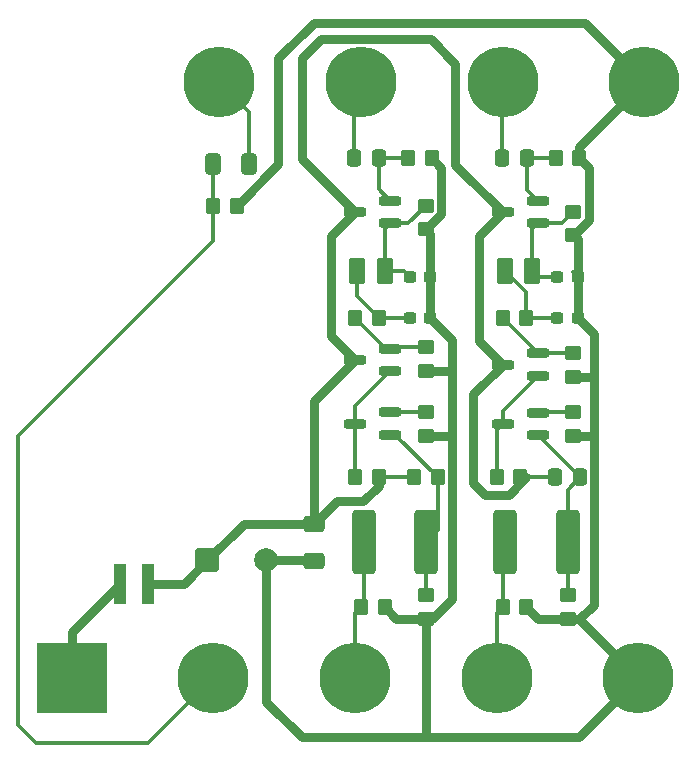
<source format=gtl>
%TF.GenerationSoftware,KiCad,Pcbnew,9.0.4*%
%TF.CreationDate,2025-09-14T16:42:59+08:00*%
%TF.ProjectId,YUV Circuit,59555620-4369-4726-9375-69742e6b6963,rev?*%
%TF.SameCoordinates,Original*%
%TF.FileFunction,Copper,L1,Top*%
%TF.FilePolarity,Positive*%
%FSLAX46Y46*%
G04 Gerber Fmt 4.6, Leading zero omitted, Abs format (unit mm)*
G04 Created by KiCad (PCBNEW 9.0.4) date 2025-09-14 16:42:59*
%MOMM*%
%LPD*%
G01*
G04 APERTURE LIST*
G04 Aperture macros list*
%AMRoundRect*
0 Rectangle with rounded corners*
0 $1 Rounding radius*
0 $2 $3 $4 $5 $6 $7 $8 $9 X,Y pos of 4 corners*
0 Add a 4 corners polygon primitive as box body*
4,1,4,$2,$3,$4,$5,$6,$7,$8,$9,$2,$3,0*
0 Add four circle primitives for the rounded corners*
1,1,$1+$1,$2,$3*
1,1,$1+$1,$4,$5*
1,1,$1+$1,$6,$7*
1,1,$1+$1,$8,$9*
0 Add four rect primitives between the rounded corners*
20,1,$1+$1,$2,$3,$4,$5,0*
20,1,$1+$1,$4,$5,$6,$7,0*
20,1,$1+$1,$6,$7,$8,$9,0*
20,1,$1+$1,$8,$9,$2,$3,0*%
G04 Aperture macros list end*
%TA.AperFunction,ComponentPad*%
%ADD10C,6.000000*%
%TD*%
%TA.AperFunction,ComponentPad*%
%ADD11RoundRect,0.250002X-2.749998X-2.749998X2.749998X-2.749998X2.749998X2.749998X-2.749998X2.749998X0*%
%TD*%
%TA.AperFunction,SMDPad,CuDef*%
%ADD12RoundRect,0.250000X0.350000X0.450000X-0.350000X0.450000X-0.350000X-0.450000X0.350000X-0.450000X0*%
%TD*%
%TA.AperFunction,SMDPad,CuDef*%
%ADD13RoundRect,0.250000X-0.450000X0.350000X-0.450000X-0.350000X0.450000X-0.350000X0.450000X0.350000X0*%
%TD*%
%TA.AperFunction,SMDPad,CuDef*%
%ADD14RoundRect,0.249999X0.737501X2.450001X-0.737501X2.450001X-0.737501X-2.450001X0.737501X-2.450001X0*%
%TD*%
%TA.AperFunction,SMDPad,CuDef*%
%ADD15RoundRect,0.250000X-0.337500X-0.475000X0.337500X-0.475000X0.337500X0.475000X-0.337500X0.475000X0*%
%TD*%
%TA.AperFunction,SMDPad,CuDef*%
%ADD16R,0.980000X3.400000*%
%TD*%
%TA.AperFunction,SMDPad,CuDef*%
%ADD17RoundRect,0.250000X-0.350000X-0.450000X0.350000X-0.450000X0.350000X0.450000X-0.350000X0.450000X0*%
%TD*%
%TA.AperFunction,SMDPad,CuDef*%
%ADD18RoundRect,0.200000X0.750000X0.200000X-0.750000X0.200000X-0.750000X-0.200000X0.750000X-0.200000X0*%
%TD*%
%TA.AperFunction,SMDPad,CuDef*%
%ADD19RoundRect,0.250001X-0.462499X-0.849999X0.462499X-0.849999X0.462499X0.849999X-0.462499X0.849999X0*%
%TD*%
%TA.AperFunction,SMDPad,CuDef*%
%ADD20RoundRect,0.250000X-0.412500X-0.650000X0.412500X-0.650000X0.412500X0.650000X-0.412500X0.650000X0*%
%TD*%
%TA.AperFunction,SMDPad,CuDef*%
%ADD21RoundRect,0.250000X0.337500X0.475000X-0.337500X0.475000X-0.337500X-0.475000X0.337500X-0.475000X0*%
%TD*%
%TA.AperFunction,SMDPad,CuDef*%
%ADD22RoundRect,0.237500X0.300000X0.237500X-0.300000X0.237500X-0.300000X-0.237500X0.300000X-0.237500X0*%
%TD*%
%TA.AperFunction,SMDPad,CuDef*%
%ADD23RoundRect,0.250000X-0.650000X0.412500X-0.650000X-0.412500X0.650000X-0.412500X0.650000X0.412500X0*%
%TD*%
%TA.AperFunction,ComponentPad*%
%ADD24RoundRect,0.250000X-0.750000X-0.750000X0.750000X-0.750000X0.750000X0.750000X-0.750000X0.750000X0*%
%TD*%
%TA.AperFunction,ComponentPad*%
%ADD25C,2.000000*%
%TD*%
%TA.AperFunction,Conductor*%
%ADD26C,0.800000*%
%TD*%
%TA.AperFunction,Conductor*%
%ADD27C,0.300000*%
%TD*%
%TA.AperFunction,Conductor*%
%ADD28C,0.200000*%
%TD*%
G04 APERTURE END LIST*
D10*
%TO.P,INPUT,5,GND*%
%TO.N,~*%
X194000000Y-137000000D03*
%TO.P,INPUT,4,PR*%
%TO.N,/PR*%
X182000000Y-137000000D03*
%TO.P,INPUT,3,PB*%
%TO.N,/PB*%
X170000000Y-137000000D03*
%TO.P,INPUT,2,YI*%
%TO.N,/Y*%
X158000000Y-137000000D03*
D11*
%TO.P,INPUT,1,8V*%
%TO.N,Net-(INPUT1-8V)*%
X146000000Y-137000000D03*
%TD*%
D12*
%TO.P,RR7,2*%
%TO.N,Net-(QR2-E)*%
X182500000Y-106500000D03*
%TO.P,RR7,1*%
%TO.N,Net-(CR2-Pad2)*%
X184500000Y-106500000D03*
%TD*%
D13*
%TO.P,RR8,2*%
%TO.N,~*%
X188500000Y-99500000D03*
%TO.P,RR8,1*%
%TO.N,Net-(QR3-B)*%
X188500000Y-97500000D03*
%TD*%
D14*
%TO.P,CR1,2*%
%TO.N,/PR*%
X182725000Y-125500000D03*
%TO.P,CR1,1*%
%TO.N,Net-(QR1-B)*%
X188000000Y-125500000D03*
%TD*%
D15*
%TO.P,RR2,2*%
%TO.N,Net-(QR1-B)*%
X189037500Y-120000000D03*
%TO.P,RR2,1*%
%TO.N,Net-(QB2-C)*%
X186962500Y-120000000D03*
%TD*%
D16*
%TO.P,L81,2*%
%TO.N,Net-(QB2-C)*%
X152500000Y-129000000D03*
%TO.P,L81,1*%
%TO.N,Net-(INPUT1-8V)*%
X150130000Y-129000000D03*
%TD*%
D17*
%TO.P,RY1,2*%
%TO.N,~*%
X160000000Y-97000000D03*
%TO.P,RY1,1*%
%TO.N,/Y*%
X158000000Y-97000000D03*
%TD*%
%TO.P,RR1,2*%
%TO.N,~*%
X184500000Y-131000000D03*
%TO.P,RR1,1*%
%TO.N,/PR*%
X182500000Y-131000000D03*
%TD*%
D10*
%TO.P,OUTPUT,1,YO*%
%TO.N,Net-(OUTPUT1-YO)*%
X158500000Y-86500000D03*
%TO.P,OUTPUT,2,B-Y*%
%TO.N,Net-(OUTPUT1-B-Y)*%
X170500000Y-86500000D03*
%TO.P,OUTPUT,3,R-Y*%
%TO.N,Net-(OUTPUT1-R-Y)*%
X182500000Y-86500000D03*
%TO.P,OUTPUT,4,GND*%
%TO.N,~*%
X194500000Y-86500000D03*
%TD*%
D17*
%TO.P,RR9,1*%
%TO.N,Net-(QR3-E)*%
X187000000Y-93000000D03*
%TO.P,RR9,2*%
%TO.N,~*%
X189000000Y-93000000D03*
%TD*%
D13*
%TO.P,RR6,1*%
%TO.N,Net-(QR2-E)*%
X188500000Y-109500000D03*
%TO.P,RR6,2*%
%TO.N,~*%
X188500000Y-111500000D03*
%TD*%
%TO.P,RR5,1*%
%TO.N,Net-(QR1-E)*%
X188500000Y-114500000D03*
%TO.P,RR5,2*%
%TO.N,~*%
X188500000Y-116500000D03*
%TD*%
D12*
%TO.P,RR4,1*%
%TO.N,Net-(QB2-C)*%
X184000000Y-120000000D03*
%TO.P,RR4,2*%
%TO.N,Net-(QR1-C)*%
X182000000Y-120000000D03*
%TD*%
D13*
%TO.P,RR3,1*%
%TO.N,Net-(QR1-B)*%
X188000000Y-130000000D03*
%TO.P,RR3,2*%
%TO.N,~*%
X188000000Y-132000000D03*
%TD*%
D17*
%TO.P,RB9,1*%
%TO.N,Net-(QB3-E)*%
X174500000Y-93000000D03*
%TO.P,RB9,2*%
%TO.N,~*%
X176500000Y-93000000D03*
%TD*%
D13*
%TO.P,RB8,1*%
%TO.N,Net-(QB3-B)*%
X176000000Y-97000000D03*
%TO.P,RB8,2*%
%TO.N,~*%
X176000000Y-99000000D03*
%TD*%
D12*
%TO.P,RB7,1*%
%TO.N,Net-(CB2-Pad2)*%
X172000000Y-106500000D03*
%TO.P,RB7,2*%
%TO.N,Net-(QB2-E)*%
X170000000Y-106500000D03*
%TD*%
D13*
%TO.P,RB6,1*%
%TO.N,Net-(QB2-E)*%
X176000000Y-109000000D03*
%TO.P,RB6,2*%
%TO.N,~*%
X176000000Y-111000000D03*
%TD*%
%TO.P,RB5,1*%
%TO.N,Net-(QB1-E)*%
X176000000Y-114500000D03*
%TO.P,RB5,2*%
%TO.N,~*%
X176000000Y-116500000D03*
%TD*%
D12*
%TO.P,RB4,1*%
%TO.N,Net-(QB2-C)*%
X172000000Y-120000000D03*
%TO.P,RB4,2*%
%TO.N,Net-(QB1-C)*%
X170000000Y-120000000D03*
%TD*%
D13*
%TO.P,RB3,1*%
%TO.N,Net-(QB1-B)*%
X176000000Y-130000000D03*
%TO.P,RB3,2*%
%TO.N,~*%
X176000000Y-132000000D03*
%TD*%
D17*
%TO.P,RB2,1*%
%TO.N,Net-(QB2-C)*%
X175000000Y-120000000D03*
%TO.P,RB2,2*%
%TO.N,Net-(QB1-B)*%
X177000000Y-120000000D03*
%TD*%
%TO.P,RB1,1*%
%TO.N,/PB*%
X170500000Y-131000000D03*
%TO.P,RB1,2*%
%TO.N,~*%
X172500000Y-131000000D03*
%TD*%
D18*
%TO.P,QR3,1,B*%
%TO.N,Net-(QR3-B)*%
X185500000Y-98500000D03*
%TO.P,QR3,2,E*%
%TO.N,Net-(QR3-E)*%
X185500000Y-96600000D03*
%TO.P,QR3,3,C*%
%TO.N,Net-(QB2-C)*%
X182500000Y-97550000D03*
%TD*%
%TO.P,QR2,1,B*%
%TO.N,Net-(QR1-C)*%
X185500000Y-111400000D03*
%TO.P,QR2,2,E*%
%TO.N,Net-(QR2-E)*%
X185500000Y-109500000D03*
%TO.P,QR2,3,C*%
%TO.N,Net-(QB2-C)*%
X182500000Y-110450000D03*
%TD*%
%TO.P,QR1,1,B*%
%TO.N,Net-(QR1-B)*%
X185500000Y-116450000D03*
%TO.P,QR1,2,E*%
%TO.N,Net-(QR1-E)*%
X185500000Y-114550000D03*
%TO.P,QR1,3,C*%
%TO.N,Net-(QR1-C)*%
X182500000Y-115500000D03*
%TD*%
%TO.P,QB3,1,B*%
%TO.N,Net-(QB3-B)*%
X173000000Y-98500000D03*
%TO.P,QB3,2,E*%
%TO.N,Net-(QB3-E)*%
X173000000Y-96600000D03*
%TO.P,QB3,3,C*%
%TO.N,Net-(QB2-C)*%
X170000000Y-97550000D03*
%TD*%
%TO.P,QB2,1,B*%
%TO.N,Net-(QB1-C)*%
X173000000Y-111000000D03*
%TO.P,QB2,2,E*%
%TO.N,Net-(QB2-E)*%
X173000000Y-109100000D03*
%TO.P,QB2,3,C*%
%TO.N,Net-(QB2-C)*%
X170000000Y-110050000D03*
%TD*%
%TO.P,QB1,1,B*%
%TO.N,Net-(QB1-B)*%
X173000000Y-116400000D03*
%TO.P,QB1,2,E*%
%TO.N,Net-(QB1-E)*%
X173000000Y-114500000D03*
%TO.P,QB1,3,C*%
%TO.N,Net-(QB1-C)*%
X170000000Y-115450000D03*
%TD*%
D19*
%TO.P,LR1,1,1*%
%TO.N,Net-(CR2-Pad2)*%
X182675000Y-102500000D03*
%TO.P,LR1,2,2*%
%TO.N,Net-(QR3-B)*%
X185000000Y-102500000D03*
%TD*%
%TO.P,LB1,1,1*%
%TO.N,Net-(CB2-Pad2)*%
X170175000Y-102500000D03*
%TO.P,LB1,2,2*%
%TO.N,Net-(QB3-B)*%
X172500000Y-102500000D03*
%TD*%
D20*
%TO.P,CY1,1*%
%TO.N,/Y*%
X157937500Y-93500000D03*
%TO.P,CY1,2*%
%TO.N,Net-(OUTPUT1-YO)*%
X161062500Y-93500000D03*
%TD*%
D21*
%TO.P,CR4,1*%
%TO.N,Net-(QR3-E)*%
X184537500Y-93000000D03*
%TO.P,CR4,2*%
%TO.N,Net-(OUTPUT1-R-Y)*%
X182462500Y-93000000D03*
%TD*%
D22*
%TO.P,CR3,1*%
%TO.N,~*%
X188862500Y-103000000D03*
%TO.P,CR3,2*%
%TO.N,Net-(QR3-B)*%
X187137500Y-103000000D03*
%TD*%
%TO.P,CR2,1*%
%TO.N,~*%
X188862500Y-106500000D03*
%TO.P,CR2,2*%
%TO.N,Net-(CR2-Pad2)*%
X187137500Y-106500000D03*
%TD*%
D21*
%TO.P,CB4,1*%
%TO.N,Net-(QB3-E)*%
X172000000Y-93000000D03*
%TO.P,CB4,2*%
%TO.N,Net-(OUTPUT1-B-Y)*%
X169925000Y-93000000D03*
%TD*%
D22*
%TO.P,CB3,1*%
%TO.N,~*%
X176362500Y-103000000D03*
%TO.P,CB3,2*%
%TO.N,Net-(QB3-B)*%
X174637500Y-103000000D03*
%TD*%
%TO.P,CB2,1*%
%TO.N,~*%
X176362500Y-106500000D03*
%TO.P,CB2,2*%
%TO.N,Net-(CB2-Pad2)*%
X174637500Y-106500000D03*
%TD*%
D14*
%TO.P,CB1,1*%
%TO.N,Net-(QB1-B)*%
X176000000Y-125500000D03*
%TO.P,CB1,2*%
%TO.N,/PB*%
X170725000Y-125500000D03*
%TD*%
D23*
%TO.P,C82,1*%
%TO.N,Net-(QB2-C)*%
X166500000Y-123937500D03*
%TO.P,C82,2*%
%TO.N,~*%
X166500000Y-127062500D03*
%TD*%
D24*
%TO.P,C81,1*%
%TO.N,Net-(QB2-C)*%
X157500000Y-127000000D03*
D25*
%TO.P,C81,2*%
%TO.N,~*%
X162500000Y-127000000D03*
%TD*%
D26*
%TO.N,Net-(QB2-C)*%
X166500000Y-123937500D02*
X166500000Y-113550000D01*
X172000000Y-120700000D02*
X172000000Y-120000000D01*
X170700000Y-122000000D02*
X172000000Y-120700000D01*
X168437500Y-122000000D02*
X170700000Y-122000000D01*
X166500000Y-123937500D02*
X168437500Y-122000000D01*
X160562500Y-123937500D02*
X166500000Y-123937500D01*
X157500000Y-127000000D02*
X160562500Y-123937500D01*
%TO.N,~*%
X166437500Y-127000000D02*
X166500000Y-127062500D01*
X162500000Y-127000000D02*
X166437500Y-127000000D01*
X176000000Y-111000000D02*
X178201000Y-111000000D01*
X178201000Y-108338500D02*
X178201000Y-111000000D01*
X176000000Y-116500000D02*
X178201000Y-116500000D01*
X178201000Y-113201000D02*
X178201000Y-116500000D01*
X188500000Y-116500000D02*
X190226000Y-116500000D01*
X190226000Y-116500000D02*
X190226000Y-111500000D01*
X190226000Y-111500000D02*
X190226000Y-108000000D01*
X188500000Y-111500000D02*
X190226000Y-111500000D01*
X189801000Y-93801000D02*
X189000000Y-93000000D01*
X189801000Y-98209424D02*
X189801000Y-93801000D01*
X188510424Y-99500000D02*
X189801000Y-98209424D01*
X188500000Y-99500000D02*
X188510424Y-99500000D01*
X189000000Y-93000000D02*
X189000000Y-92000000D01*
X189000000Y-92000000D02*
X194500000Y-86500000D01*
X188862500Y-106500000D02*
X190226000Y-107863500D01*
X190226000Y-107863500D02*
X190226000Y-108000000D01*
X190226000Y-130774000D02*
X190226000Y-116500000D01*
X189000000Y-132000000D02*
X190226000Y-130774000D01*
D27*
%TO.N,Net-(QB3-B)*%
X174500000Y-98500000D02*
X176000000Y-97000000D01*
X173000000Y-98500000D02*
X174500000Y-98500000D01*
D26*
%TO.N,~*%
X177301000Y-97709424D02*
X177301000Y-93801000D01*
X176010424Y-99000000D02*
X177301000Y-97709424D01*
X177301000Y-93801000D02*
X176500000Y-93000000D01*
X176000000Y-99000000D02*
X176010424Y-99000000D01*
X176362500Y-99362500D02*
X176000000Y-99000000D01*
X176362500Y-103000000D02*
X176362500Y-99362500D01*
X176362500Y-103000000D02*
X176362500Y-106500000D01*
X178201000Y-111000000D02*
X178201000Y-113201000D01*
X176362500Y-106500000D02*
X178201000Y-108338500D01*
X178201000Y-116500000D02*
X178201000Y-118701000D01*
X178201000Y-130299000D02*
X178201000Y-118701000D01*
X176000000Y-132000000D02*
X176500000Y-132000000D01*
X176500000Y-132000000D02*
X178201000Y-130299000D01*
X173500000Y-132000000D02*
X172500000Y-131000000D01*
X176000000Y-132000000D02*
X173500000Y-132000000D01*
X185500000Y-132000000D02*
X188000000Y-132000000D01*
X184500000Y-131000000D02*
X185500000Y-132000000D01*
X188862500Y-103000000D02*
X188862500Y-106500000D01*
X188862500Y-99862500D02*
X188500000Y-99500000D01*
X188862500Y-103000000D02*
X188862500Y-99862500D01*
D27*
%TO.N,Net-(QR1-C)*%
X182500000Y-114400000D02*
X185500000Y-111400000D01*
X182500000Y-115500000D02*
X182500000Y-114400000D01*
%TO.N,Net-(QR2-E)*%
X185500000Y-109500000D02*
X188500000Y-109500000D01*
X182500000Y-106500000D02*
X185500000Y-109500000D01*
D26*
%TO.N,Net-(QB2-C)*%
X180500000Y-108450000D02*
X182500000Y-110450000D01*
X180500000Y-99550000D02*
X180500000Y-108450000D01*
X182500000Y-97550000D02*
X180500000Y-99550000D01*
X180000000Y-112950000D02*
X182500000Y-110450000D01*
X181000000Y-121500000D02*
X180000000Y-120500000D01*
X180000000Y-120500000D02*
X180000000Y-112950000D01*
X183000000Y-121500000D02*
X181000000Y-121500000D01*
X184500000Y-120000000D02*
X183000000Y-121500000D01*
%TO.N,~*%
X189500000Y-81500000D02*
X194500000Y-86500000D01*
X163500000Y-84500000D02*
X166500000Y-81500000D01*
X166500000Y-81500000D02*
X189500000Y-81500000D01*
X160000000Y-97000000D02*
X163500000Y-93500000D01*
X163500000Y-93500000D02*
X163500000Y-84500000D01*
%TO.N,Net-(QB2-C)*%
X165500000Y-93050000D02*
X170000000Y-97550000D01*
X165500000Y-84500000D02*
X165500000Y-93050000D01*
X167101000Y-82899000D02*
X165500000Y-84500000D01*
X176399000Y-82899000D02*
X167101000Y-82899000D01*
X178500000Y-85000000D02*
X176399000Y-82899000D01*
X178500000Y-93550000D02*
X178500000Y-85000000D01*
X182500000Y-97550000D02*
X178500000Y-93550000D01*
D27*
%TO.N,/Y*%
X158000000Y-100000000D02*
X158000000Y-97000000D01*
X141500000Y-116500000D02*
X158000000Y-100000000D01*
X141500000Y-141000000D02*
X141500000Y-116500000D01*
X143000000Y-142500000D02*
X141500000Y-141000000D01*
X152500000Y-142500000D02*
X143000000Y-142500000D01*
X158000000Y-137000000D02*
X152500000Y-142500000D01*
D26*
%TO.N,Net-(QB2-C)*%
X155500000Y-129000000D02*
X157500000Y-127000000D01*
X152500000Y-129000000D02*
X155500000Y-129000000D01*
%TO.N,~*%
X162500000Y-139000000D02*
X162500000Y-127000000D01*
X165500000Y-142000000D02*
X162500000Y-139000000D01*
X176000000Y-142000000D02*
X165500000Y-142000000D01*
D27*
%TO.N,Net-(OUTPUT1-YO)*%
X161062500Y-89062500D02*
X158500000Y-86500000D01*
X161062500Y-93500000D02*
X161062500Y-89062500D01*
%TO.N,/Y*%
X158000000Y-93562500D02*
X157937500Y-93500000D01*
X158000000Y-97000000D02*
X158000000Y-93562500D01*
%TO.N,Net-(QB2-C)*%
X184500000Y-120000000D02*
X186962500Y-120000000D01*
D26*
%TO.N,~*%
X176000000Y-132000000D02*
X176000000Y-142000000D01*
X176000000Y-142000000D02*
X189000000Y-142000000D01*
X189000000Y-132000000D02*
X188000000Y-132000000D01*
X194000000Y-137000000D02*
X189000000Y-132000000D01*
X189000000Y-142000000D02*
X194000000Y-137000000D01*
%TO.N,Net-(QB2-C)*%
X168000000Y-99550000D02*
X170000000Y-97550000D01*
X170000000Y-110050000D02*
X168000000Y-108050000D01*
X168000000Y-108050000D02*
X168000000Y-99550000D01*
X166500000Y-113550000D02*
X170000000Y-110050000D01*
%TO.N,Net-(INPUT1-8V)*%
X146000000Y-133130000D02*
X150130000Y-129000000D01*
X146000000Y-137000000D02*
X146000000Y-133130000D01*
D27*
%TO.N,Net-(OUTPUT1-B-Y)*%
X169925000Y-87075000D02*
X170500000Y-86500000D01*
X169925000Y-93000000D02*
X169925000Y-87075000D01*
%TO.N,Net-(OUTPUT1-R-Y)*%
X182462500Y-86537500D02*
X182500000Y-86500000D01*
X182462500Y-93000000D02*
X182462500Y-86537500D01*
%TO.N,/PR*%
X182000000Y-131500000D02*
X182500000Y-131000000D01*
X182000000Y-137000000D02*
X182000000Y-131500000D01*
%TO.N,/PB*%
X170000000Y-137000000D02*
X170000000Y-131500000D01*
X170000000Y-131500000D02*
X170500000Y-131000000D01*
%TO.N,Net-(QB3-E)*%
X172000000Y-95600000D02*
X172000000Y-93000000D01*
X173000000Y-96600000D02*
X172000000Y-95600000D01*
X174500000Y-93000000D02*
X172000000Y-93000000D01*
%TO.N,Net-(QB3-B)*%
X173000000Y-98500000D02*
X172500000Y-99000000D01*
X172500000Y-99000000D02*
X172500000Y-102500000D01*
X174137500Y-102500000D02*
X174637500Y-103000000D01*
X172500000Y-102500000D02*
X174137500Y-102500000D01*
%TO.N,Net-(CB2-Pad2)*%
X170175000Y-102500000D02*
X170175000Y-104675000D01*
X170175000Y-104675000D02*
X172000000Y-106500000D01*
X174637500Y-106500000D02*
X172000000Y-106500000D01*
%TO.N,Net-(QB2-E)*%
X172600000Y-109100000D02*
X170000000Y-106500000D01*
X173000000Y-109100000D02*
X172600000Y-109100000D01*
X173100000Y-109000000D02*
X173000000Y-109100000D01*
X176000000Y-109000000D02*
X173100000Y-109000000D01*
%TO.N,Net-(QB1-B)*%
X173400000Y-116400000D02*
X177000000Y-120000000D01*
X173000000Y-116400000D02*
X173400000Y-116400000D01*
%TO.N,Net-(QB1-E)*%
X173000000Y-114500000D02*
X176000000Y-114500000D01*
%TO.N,Net-(QB1-C)*%
X170000000Y-114000000D02*
X170000000Y-115450000D01*
X173000000Y-111000000D02*
X170000000Y-114000000D01*
X170000000Y-120000000D02*
X170000000Y-115450000D01*
%TO.N,Net-(QB2-C)*%
X175000000Y-120000000D02*
X172000000Y-120000000D01*
%TO.N,Net-(QB1-B)*%
X177000000Y-124500000D02*
X176000000Y-125500000D01*
X177000000Y-120000000D02*
X177000000Y-124500000D01*
%TO.N,/PB*%
X170725000Y-130775000D02*
X170500000Y-131000000D01*
X170725000Y-125500000D02*
X170725000Y-130775000D01*
%TO.N,Net-(QB1-B)*%
X176000000Y-130000000D02*
X176000000Y-125500000D01*
%TO.N,Net-(QR3-E)*%
X184537500Y-93000000D02*
X184537500Y-95637500D01*
X184537500Y-95637500D02*
X185500000Y-96600000D01*
X187000000Y-93000000D02*
X184537500Y-93000000D01*
%TO.N,~*%
X188500000Y-102637500D02*
X188862500Y-103000000D01*
%TO.N,Net-(QR3-B)*%
X187500000Y-98500000D02*
X188500000Y-97500000D01*
X185500000Y-98500000D02*
X187500000Y-98500000D01*
X185000000Y-99000000D02*
X185000000Y-102500000D01*
X185500000Y-98500000D02*
X185000000Y-99000000D01*
%TO.N,Net-(CR2-Pad2)*%
X184500000Y-104325000D02*
X182675000Y-102500000D01*
X184500000Y-106500000D02*
X184500000Y-104325000D01*
%TO.N,Net-(QR3-B)*%
X185500000Y-103000000D02*
X185000000Y-102500000D01*
X187137500Y-103000000D02*
X185500000Y-103000000D01*
%TO.N,Net-(CR2-Pad2)*%
X184175000Y-106175000D02*
X184500000Y-106500000D01*
%TO.N,~*%
X189000000Y-106362500D02*
X188862500Y-106500000D01*
%TO.N,Net-(QR2-E)*%
X182500000Y-106500000D02*
X182500000Y-106600000D01*
%TO.N,Net-(CR2-Pad2)*%
X184500000Y-106500000D02*
X187137500Y-106500000D01*
%TO.N,Net-(QR2-E)*%
X185600000Y-109500000D02*
X185500000Y-109600000D01*
%TO.N,Net-(QR1-C)*%
X182000000Y-116000000D02*
X182500000Y-115500000D01*
X182000000Y-120000000D02*
X182000000Y-116000000D01*
%TO.N,Net-(QB2-C)*%
X184000000Y-120000000D02*
X184500000Y-120000000D01*
%TO.N,Net-(QR1-B)*%
X188000000Y-130000000D02*
X188000000Y-125500000D01*
%TO.N,Net-(QR1-E)*%
X185550000Y-114500000D02*
X185500000Y-114550000D01*
X188500000Y-114500000D02*
X185550000Y-114500000D01*
%TO.N,Net-(QR1-B)*%
X185500000Y-116450000D02*
X189037500Y-119987500D01*
X189037500Y-119987500D02*
X189037500Y-120000000D01*
X188000000Y-121037500D02*
X189037500Y-120000000D01*
X188000000Y-125500000D02*
X188000000Y-121037500D01*
%TO.N,/PR*%
X182500000Y-125725000D02*
X182725000Y-125500000D01*
X182500000Y-131000000D02*
X182500000Y-125725000D01*
X182000000Y-137000000D02*
X180000000Y-135000000D01*
%TO.N,/PB*%
X170000000Y-137000000D02*
X168000000Y-135000000D01*
D28*
%TO.N,Net-(INPUT1-8V)*%
X147630000Y-135370000D02*
X146000000Y-137000000D01*
%TD*%
M02*

</source>
